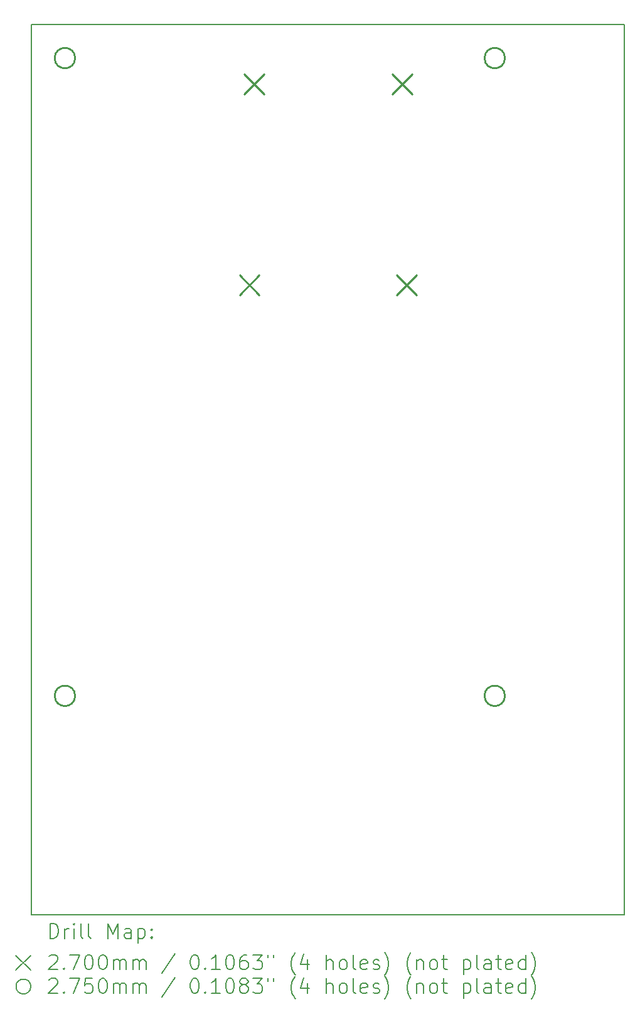
<source format=gbr>
%TF.GenerationSoftware,KiCad,Pcbnew,6.0.10-86aedd382b~118~ubuntu22.04.1*%
%TF.CreationDate,2023-01-11T08:48:29-08:00*%
%TF.ProjectId,shield,73686965-6c64-42e6-9b69-6361645f7063,rev?*%
%TF.SameCoordinates,Original*%
%TF.FileFunction,Drillmap*%
%TF.FilePolarity,Positive*%
%FSLAX45Y45*%
G04 Gerber Fmt 4.5, Leading zero omitted, Abs format (unit mm)*
G04 Created by KiCad (PCBNEW 6.0.10-86aedd382b~118~ubuntu22.04.1) date 2023-01-11 08:48:29*
%MOMM*%
%LPD*%
G01*
G04 APERTURE LIST*
%ADD10C,0.200000*%
%ADD11C,0.270000*%
%ADD12C,0.275000*%
G04 APERTURE END LIST*
D10*
X2000000Y-4000000D02*
X10000000Y-4000000D01*
X10000000Y-4000000D02*
X10000000Y-16000000D01*
X10000000Y-16000000D02*
X2000000Y-16000000D01*
X2000000Y-16000000D02*
X2000000Y-4000000D01*
D11*
X4805000Y-7375000D02*
X5075000Y-7645000D01*
X5075000Y-7375000D02*
X4805000Y-7645000D01*
X4865000Y-4665000D02*
X5135000Y-4935000D01*
X5135000Y-4665000D02*
X4865000Y-4935000D01*
X6865000Y-4665000D02*
X7135000Y-4935000D01*
X7135000Y-4665000D02*
X6865000Y-4935000D01*
X6925000Y-7375000D02*
X7195000Y-7645000D01*
X7195000Y-7375000D02*
X6925000Y-7645000D01*
D12*
X2587500Y-4450000D02*
G75*
G03*
X2587500Y-4450000I-137500J0D01*
G01*
X2587500Y-13050000D02*
G75*
G03*
X2587500Y-13050000I-137500J0D01*
G01*
X8387500Y-4450000D02*
G75*
G03*
X8387500Y-4450000I-137500J0D01*
G01*
X8387500Y-13050000D02*
G75*
G03*
X8387500Y-13050000I-137500J0D01*
G01*
D10*
X2247619Y-16320476D02*
X2247619Y-16120476D01*
X2295238Y-16120476D01*
X2323810Y-16130000D01*
X2342857Y-16149048D01*
X2352381Y-16168095D01*
X2361905Y-16206190D01*
X2361905Y-16234762D01*
X2352381Y-16272857D01*
X2342857Y-16291905D01*
X2323810Y-16310952D01*
X2295238Y-16320476D01*
X2247619Y-16320476D01*
X2447619Y-16320476D02*
X2447619Y-16187143D01*
X2447619Y-16225238D02*
X2457143Y-16206190D01*
X2466667Y-16196667D01*
X2485714Y-16187143D01*
X2504762Y-16187143D01*
X2571429Y-16320476D02*
X2571429Y-16187143D01*
X2571429Y-16120476D02*
X2561905Y-16130000D01*
X2571429Y-16139524D01*
X2580952Y-16130000D01*
X2571429Y-16120476D01*
X2571429Y-16139524D01*
X2695238Y-16320476D02*
X2676190Y-16310952D01*
X2666667Y-16291905D01*
X2666667Y-16120476D01*
X2800000Y-16320476D02*
X2780952Y-16310952D01*
X2771429Y-16291905D01*
X2771429Y-16120476D01*
X3028571Y-16320476D02*
X3028571Y-16120476D01*
X3095238Y-16263333D01*
X3161905Y-16120476D01*
X3161905Y-16320476D01*
X3342857Y-16320476D02*
X3342857Y-16215714D01*
X3333333Y-16196667D01*
X3314286Y-16187143D01*
X3276190Y-16187143D01*
X3257143Y-16196667D01*
X3342857Y-16310952D02*
X3323809Y-16320476D01*
X3276190Y-16320476D01*
X3257143Y-16310952D01*
X3247619Y-16291905D01*
X3247619Y-16272857D01*
X3257143Y-16253809D01*
X3276190Y-16244286D01*
X3323809Y-16244286D01*
X3342857Y-16234762D01*
X3438095Y-16187143D02*
X3438095Y-16387143D01*
X3438095Y-16196667D02*
X3457143Y-16187143D01*
X3495238Y-16187143D01*
X3514286Y-16196667D01*
X3523809Y-16206190D01*
X3533333Y-16225238D01*
X3533333Y-16282381D01*
X3523809Y-16301428D01*
X3514286Y-16310952D01*
X3495238Y-16320476D01*
X3457143Y-16320476D01*
X3438095Y-16310952D01*
X3619048Y-16301428D02*
X3628571Y-16310952D01*
X3619048Y-16320476D01*
X3609524Y-16310952D01*
X3619048Y-16301428D01*
X3619048Y-16320476D01*
X3619048Y-16196667D02*
X3628571Y-16206190D01*
X3619048Y-16215714D01*
X3609524Y-16206190D01*
X3619048Y-16196667D01*
X3619048Y-16215714D01*
X1790000Y-16550000D02*
X1990000Y-16750000D01*
X1990000Y-16550000D02*
X1790000Y-16750000D01*
X2238095Y-16559524D02*
X2247619Y-16550000D01*
X2266667Y-16540476D01*
X2314286Y-16540476D01*
X2333333Y-16550000D01*
X2342857Y-16559524D01*
X2352381Y-16578571D01*
X2352381Y-16597619D01*
X2342857Y-16626190D01*
X2228571Y-16740476D01*
X2352381Y-16740476D01*
X2438095Y-16721428D02*
X2447619Y-16730952D01*
X2438095Y-16740476D01*
X2428571Y-16730952D01*
X2438095Y-16721428D01*
X2438095Y-16740476D01*
X2514286Y-16540476D02*
X2647619Y-16540476D01*
X2561905Y-16740476D01*
X2761905Y-16540476D02*
X2780952Y-16540476D01*
X2800000Y-16550000D01*
X2809524Y-16559524D01*
X2819048Y-16578571D01*
X2828571Y-16616667D01*
X2828571Y-16664286D01*
X2819048Y-16702381D01*
X2809524Y-16721428D01*
X2800000Y-16730952D01*
X2780952Y-16740476D01*
X2761905Y-16740476D01*
X2742857Y-16730952D01*
X2733333Y-16721428D01*
X2723810Y-16702381D01*
X2714286Y-16664286D01*
X2714286Y-16616667D01*
X2723810Y-16578571D01*
X2733333Y-16559524D01*
X2742857Y-16550000D01*
X2761905Y-16540476D01*
X2952381Y-16540476D02*
X2971428Y-16540476D01*
X2990476Y-16550000D01*
X3000000Y-16559524D01*
X3009524Y-16578571D01*
X3019048Y-16616667D01*
X3019048Y-16664286D01*
X3009524Y-16702381D01*
X3000000Y-16721428D01*
X2990476Y-16730952D01*
X2971428Y-16740476D01*
X2952381Y-16740476D01*
X2933333Y-16730952D01*
X2923809Y-16721428D01*
X2914286Y-16702381D01*
X2904762Y-16664286D01*
X2904762Y-16616667D01*
X2914286Y-16578571D01*
X2923809Y-16559524D01*
X2933333Y-16550000D01*
X2952381Y-16540476D01*
X3104762Y-16740476D02*
X3104762Y-16607143D01*
X3104762Y-16626190D02*
X3114286Y-16616667D01*
X3133333Y-16607143D01*
X3161905Y-16607143D01*
X3180952Y-16616667D01*
X3190476Y-16635714D01*
X3190476Y-16740476D01*
X3190476Y-16635714D02*
X3200000Y-16616667D01*
X3219048Y-16607143D01*
X3247619Y-16607143D01*
X3266667Y-16616667D01*
X3276190Y-16635714D01*
X3276190Y-16740476D01*
X3371428Y-16740476D02*
X3371428Y-16607143D01*
X3371428Y-16626190D02*
X3380952Y-16616667D01*
X3400000Y-16607143D01*
X3428571Y-16607143D01*
X3447619Y-16616667D01*
X3457143Y-16635714D01*
X3457143Y-16740476D01*
X3457143Y-16635714D02*
X3466667Y-16616667D01*
X3485714Y-16607143D01*
X3514286Y-16607143D01*
X3533333Y-16616667D01*
X3542857Y-16635714D01*
X3542857Y-16740476D01*
X3933333Y-16530952D02*
X3761905Y-16788095D01*
X4190476Y-16540476D02*
X4209524Y-16540476D01*
X4228571Y-16550000D01*
X4238095Y-16559524D01*
X4247619Y-16578571D01*
X4257143Y-16616667D01*
X4257143Y-16664286D01*
X4247619Y-16702381D01*
X4238095Y-16721428D01*
X4228571Y-16730952D01*
X4209524Y-16740476D01*
X4190476Y-16740476D01*
X4171428Y-16730952D01*
X4161905Y-16721428D01*
X4152381Y-16702381D01*
X4142857Y-16664286D01*
X4142857Y-16616667D01*
X4152381Y-16578571D01*
X4161905Y-16559524D01*
X4171428Y-16550000D01*
X4190476Y-16540476D01*
X4342857Y-16721428D02*
X4352381Y-16730952D01*
X4342857Y-16740476D01*
X4333333Y-16730952D01*
X4342857Y-16721428D01*
X4342857Y-16740476D01*
X4542857Y-16740476D02*
X4428571Y-16740476D01*
X4485714Y-16740476D02*
X4485714Y-16540476D01*
X4466667Y-16569048D01*
X4447619Y-16588095D01*
X4428571Y-16597619D01*
X4666667Y-16540476D02*
X4685714Y-16540476D01*
X4704762Y-16550000D01*
X4714286Y-16559524D01*
X4723810Y-16578571D01*
X4733333Y-16616667D01*
X4733333Y-16664286D01*
X4723810Y-16702381D01*
X4714286Y-16721428D01*
X4704762Y-16730952D01*
X4685714Y-16740476D01*
X4666667Y-16740476D01*
X4647619Y-16730952D01*
X4638095Y-16721428D01*
X4628571Y-16702381D01*
X4619048Y-16664286D01*
X4619048Y-16616667D01*
X4628571Y-16578571D01*
X4638095Y-16559524D01*
X4647619Y-16550000D01*
X4666667Y-16540476D01*
X4904762Y-16540476D02*
X4866667Y-16540476D01*
X4847619Y-16550000D01*
X4838095Y-16559524D01*
X4819048Y-16588095D01*
X4809524Y-16626190D01*
X4809524Y-16702381D01*
X4819048Y-16721428D01*
X4828571Y-16730952D01*
X4847619Y-16740476D01*
X4885714Y-16740476D01*
X4904762Y-16730952D01*
X4914286Y-16721428D01*
X4923810Y-16702381D01*
X4923810Y-16654762D01*
X4914286Y-16635714D01*
X4904762Y-16626190D01*
X4885714Y-16616667D01*
X4847619Y-16616667D01*
X4828571Y-16626190D01*
X4819048Y-16635714D01*
X4809524Y-16654762D01*
X4990476Y-16540476D02*
X5114286Y-16540476D01*
X5047619Y-16616667D01*
X5076190Y-16616667D01*
X5095238Y-16626190D01*
X5104762Y-16635714D01*
X5114286Y-16654762D01*
X5114286Y-16702381D01*
X5104762Y-16721428D01*
X5095238Y-16730952D01*
X5076190Y-16740476D01*
X5019048Y-16740476D01*
X5000000Y-16730952D01*
X4990476Y-16721428D01*
X5190476Y-16540476D02*
X5190476Y-16578571D01*
X5266667Y-16540476D02*
X5266667Y-16578571D01*
X5561905Y-16816667D02*
X5552381Y-16807143D01*
X5533333Y-16778571D01*
X5523810Y-16759524D01*
X5514286Y-16730952D01*
X5504762Y-16683333D01*
X5504762Y-16645238D01*
X5514286Y-16597619D01*
X5523810Y-16569048D01*
X5533333Y-16550000D01*
X5552381Y-16521428D01*
X5561905Y-16511905D01*
X5723809Y-16607143D02*
X5723809Y-16740476D01*
X5676190Y-16530952D02*
X5628571Y-16673809D01*
X5752381Y-16673809D01*
X5980952Y-16740476D02*
X5980952Y-16540476D01*
X6066667Y-16740476D02*
X6066667Y-16635714D01*
X6057143Y-16616667D01*
X6038095Y-16607143D01*
X6009524Y-16607143D01*
X5990476Y-16616667D01*
X5980952Y-16626190D01*
X6190476Y-16740476D02*
X6171428Y-16730952D01*
X6161905Y-16721428D01*
X6152381Y-16702381D01*
X6152381Y-16645238D01*
X6161905Y-16626190D01*
X6171428Y-16616667D01*
X6190476Y-16607143D01*
X6219048Y-16607143D01*
X6238095Y-16616667D01*
X6247619Y-16626190D01*
X6257143Y-16645238D01*
X6257143Y-16702381D01*
X6247619Y-16721428D01*
X6238095Y-16730952D01*
X6219048Y-16740476D01*
X6190476Y-16740476D01*
X6371428Y-16740476D02*
X6352381Y-16730952D01*
X6342857Y-16711905D01*
X6342857Y-16540476D01*
X6523809Y-16730952D02*
X6504762Y-16740476D01*
X6466667Y-16740476D01*
X6447619Y-16730952D01*
X6438095Y-16711905D01*
X6438095Y-16635714D01*
X6447619Y-16616667D01*
X6466667Y-16607143D01*
X6504762Y-16607143D01*
X6523809Y-16616667D01*
X6533333Y-16635714D01*
X6533333Y-16654762D01*
X6438095Y-16673809D01*
X6609524Y-16730952D02*
X6628571Y-16740476D01*
X6666667Y-16740476D01*
X6685714Y-16730952D01*
X6695238Y-16711905D01*
X6695238Y-16702381D01*
X6685714Y-16683333D01*
X6666667Y-16673809D01*
X6638095Y-16673809D01*
X6619048Y-16664286D01*
X6609524Y-16645238D01*
X6609524Y-16635714D01*
X6619048Y-16616667D01*
X6638095Y-16607143D01*
X6666667Y-16607143D01*
X6685714Y-16616667D01*
X6761905Y-16816667D02*
X6771428Y-16807143D01*
X6790476Y-16778571D01*
X6800000Y-16759524D01*
X6809524Y-16730952D01*
X6819048Y-16683333D01*
X6819048Y-16645238D01*
X6809524Y-16597619D01*
X6800000Y-16569048D01*
X6790476Y-16550000D01*
X6771428Y-16521428D01*
X6761905Y-16511905D01*
X7123809Y-16816667D02*
X7114286Y-16807143D01*
X7095238Y-16778571D01*
X7085714Y-16759524D01*
X7076190Y-16730952D01*
X7066667Y-16683333D01*
X7066667Y-16645238D01*
X7076190Y-16597619D01*
X7085714Y-16569048D01*
X7095238Y-16550000D01*
X7114286Y-16521428D01*
X7123809Y-16511905D01*
X7200000Y-16607143D02*
X7200000Y-16740476D01*
X7200000Y-16626190D02*
X7209524Y-16616667D01*
X7228571Y-16607143D01*
X7257143Y-16607143D01*
X7276190Y-16616667D01*
X7285714Y-16635714D01*
X7285714Y-16740476D01*
X7409524Y-16740476D02*
X7390476Y-16730952D01*
X7380952Y-16721428D01*
X7371428Y-16702381D01*
X7371428Y-16645238D01*
X7380952Y-16626190D01*
X7390476Y-16616667D01*
X7409524Y-16607143D01*
X7438095Y-16607143D01*
X7457143Y-16616667D01*
X7466667Y-16626190D01*
X7476190Y-16645238D01*
X7476190Y-16702381D01*
X7466667Y-16721428D01*
X7457143Y-16730952D01*
X7438095Y-16740476D01*
X7409524Y-16740476D01*
X7533333Y-16607143D02*
X7609524Y-16607143D01*
X7561905Y-16540476D02*
X7561905Y-16711905D01*
X7571428Y-16730952D01*
X7590476Y-16740476D01*
X7609524Y-16740476D01*
X7828571Y-16607143D02*
X7828571Y-16807143D01*
X7828571Y-16616667D02*
X7847619Y-16607143D01*
X7885714Y-16607143D01*
X7904762Y-16616667D01*
X7914286Y-16626190D01*
X7923809Y-16645238D01*
X7923809Y-16702381D01*
X7914286Y-16721428D01*
X7904762Y-16730952D01*
X7885714Y-16740476D01*
X7847619Y-16740476D01*
X7828571Y-16730952D01*
X8038095Y-16740476D02*
X8019048Y-16730952D01*
X8009524Y-16711905D01*
X8009524Y-16540476D01*
X8200000Y-16740476D02*
X8200000Y-16635714D01*
X8190476Y-16616667D01*
X8171428Y-16607143D01*
X8133333Y-16607143D01*
X8114286Y-16616667D01*
X8200000Y-16730952D02*
X8180952Y-16740476D01*
X8133333Y-16740476D01*
X8114286Y-16730952D01*
X8104762Y-16711905D01*
X8104762Y-16692857D01*
X8114286Y-16673809D01*
X8133333Y-16664286D01*
X8180952Y-16664286D01*
X8200000Y-16654762D01*
X8266667Y-16607143D02*
X8342857Y-16607143D01*
X8295238Y-16540476D02*
X8295238Y-16711905D01*
X8304762Y-16730952D01*
X8323809Y-16740476D01*
X8342857Y-16740476D01*
X8485714Y-16730952D02*
X8466667Y-16740476D01*
X8428571Y-16740476D01*
X8409524Y-16730952D01*
X8400000Y-16711905D01*
X8400000Y-16635714D01*
X8409524Y-16616667D01*
X8428571Y-16607143D01*
X8466667Y-16607143D01*
X8485714Y-16616667D01*
X8495238Y-16635714D01*
X8495238Y-16654762D01*
X8400000Y-16673809D01*
X8666667Y-16740476D02*
X8666667Y-16540476D01*
X8666667Y-16730952D02*
X8647619Y-16740476D01*
X8609524Y-16740476D01*
X8590476Y-16730952D01*
X8580952Y-16721428D01*
X8571429Y-16702381D01*
X8571429Y-16645238D01*
X8580952Y-16626190D01*
X8590476Y-16616667D01*
X8609524Y-16607143D01*
X8647619Y-16607143D01*
X8666667Y-16616667D01*
X8742857Y-16816667D02*
X8752381Y-16807143D01*
X8771429Y-16778571D01*
X8780952Y-16759524D01*
X8790476Y-16730952D01*
X8800000Y-16683333D01*
X8800000Y-16645238D01*
X8790476Y-16597619D01*
X8780952Y-16569048D01*
X8771429Y-16550000D01*
X8752381Y-16521428D01*
X8742857Y-16511905D01*
X1990000Y-16970000D02*
G75*
G03*
X1990000Y-16970000I-100000J0D01*
G01*
X2238095Y-16879524D02*
X2247619Y-16870000D01*
X2266667Y-16860476D01*
X2314286Y-16860476D01*
X2333333Y-16870000D01*
X2342857Y-16879524D01*
X2352381Y-16898571D01*
X2352381Y-16917619D01*
X2342857Y-16946190D01*
X2228571Y-17060476D01*
X2352381Y-17060476D01*
X2438095Y-17041429D02*
X2447619Y-17050952D01*
X2438095Y-17060476D01*
X2428571Y-17050952D01*
X2438095Y-17041429D01*
X2438095Y-17060476D01*
X2514286Y-16860476D02*
X2647619Y-16860476D01*
X2561905Y-17060476D01*
X2819048Y-16860476D02*
X2723810Y-16860476D01*
X2714286Y-16955714D01*
X2723810Y-16946190D01*
X2742857Y-16936667D01*
X2790476Y-16936667D01*
X2809524Y-16946190D01*
X2819048Y-16955714D01*
X2828571Y-16974762D01*
X2828571Y-17022381D01*
X2819048Y-17041429D01*
X2809524Y-17050952D01*
X2790476Y-17060476D01*
X2742857Y-17060476D01*
X2723810Y-17050952D01*
X2714286Y-17041429D01*
X2952381Y-16860476D02*
X2971428Y-16860476D01*
X2990476Y-16870000D01*
X3000000Y-16879524D01*
X3009524Y-16898571D01*
X3019048Y-16936667D01*
X3019048Y-16984286D01*
X3009524Y-17022381D01*
X3000000Y-17041429D01*
X2990476Y-17050952D01*
X2971428Y-17060476D01*
X2952381Y-17060476D01*
X2933333Y-17050952D01*
X2923809Y-17041429D01*
X2914286Y-17022381D01*
X2904762Y-16984286D01*
X2904762Y-16936667D01*
X2914286Y-16898571D01*
X2923809Y-16879524D01*
X2933333Y-16870000D01*
X2952381Y-16860476D01*
X3104762Y-17060476D02*
X3104762Y-16927143D01*
X3104762Y-16946190D02*
X3114286Y-16936667D01*
X3133333Y-16927143D01*
X3161905Y-16927143D01*
X3180952Y-16936667D01*
X3190476Y-16955714D01*
X3190476Y-17060476D01*
X3190476Y-16955714D02*
X3200000Y-16936667D01*
X3219048Y-16927143D01*
X3247619Y-16927143D01*
X3266667Y-16936667D01*
X3276190Y-16955714D01*
X3276190Y-17060476D01*
X3371428Y-17060476D02*
X3371428Y-16927143D01*
X3371428Y-16946190D02*
X3380952Y-16936667D01*
X3400000Y-16927143D01*
X3428571Y-16927143D01*
X3447619Y-16936667D01*
X3457143Y-16955714D01*
X3457143Y-17060476D01*
X3457143Y-16955714D02*
X3466667Y-16936667D01*
X3485714Y-16927143D01*
X3514286Y-16927143D01*
X3533333Y-16936667D01*
X3542857Y-16955714D01*
X3542857Y-17060476D01*
X3933333Y-16850952D02*
X3761905Y-17108095D01*
X4190476Y-16860476D02*
X4209524Y-16860476D01*
X4228571Y-16870000D01*
X4238095Y-16879524D01*
X4247619Y-16898571D01*
X4257143Y-16936667D01*
X4257143Y-16984286D01*
X4247619Y-17022381D01*
X4238095Y-17041429D01*
X4228571Y-17050952D01*
X4209524Y-17060476D01*
X4190476Y-17060476D01*
X4171428Y-17050952D01*
X4161905Y-17041429D01*
X4152381Y-17022381D01*
X4142857Y-16984286D01*
X4142857Y-16936667D01*
X4152381Y-16898571D01*
X4161905Y-16879524D01*
X4171428Y-16870000D01*
X4190476Y-16860476D01*
X4342857Y-17041429D02*
X4352381Y-17050952D01*
X4342857Y-17060476D01*
X4333333Y-17050952D01*
X4342857Y-17041429D01*
X4342857Y-17060476D01*
X4542857Y-17060476D02*
X4428571Y-17060476D01*
X4485714Y-17060476D02*
X4485714Y-16860476D01*
X4466667Y-16889048D01*
X4447619Y-16908095D01*
X4428571Y-16917619D01*
X4666667Y-16860476D02*
X4685714Y-16860476D01*
X4704762Y-16870000D01*
X4714286Y-16879524D01*
X4723810Y-16898571D01*
X4733333Y-16936667D01*
X4733333Y-16984286D01*
X4723810Y-17022381D01*
X4714286Y-17041429D01*
X4704762Y-17050952D01*
X4685714Y-17060476D01*
X4666667Y-17060476D01*
X4647619Y-17050952D01*
X4638095Y-17041429D01*
X4628571Y-17022381D01*
X4619048Y-16984286D01*
X4619048Y-16936667D01*
X4628571Y-16898571D01*
X4638095Y-16879524D01*
X4647619Y-16870000D01*
X4666667Y-16860476D01*
X4847619Y-16946190D02*
X4828571Y-16936667D01*
X4819048Y-16927143D01*
X4809524Y-16908095D01*
X4809524Y-16898571D01*
X4819048Y-16879524D01*
X4828571Y-16870000D01*
X4847619Y-16860476D01*
X4885714Y-16860476D01*
X4904762Y-16870000D01*
X4914286Y-16879524D01*
X4923810Y-16898571D01*
X4923810Y-16908095D01*
X4914286Y-16927143D01*
X4904762Y-16936667D01*
X4885714Y-16946190D01*
X4847619Y-16946190D01*
X4828571Y-16955714D01*
X4819048Y-16965238D01*
X4809524Y-16984286D01*
X4809524Y-17022381D01*
X4819048Y-17041429D01*
X4828571Y-17050952D01*
X4847619Y-17060476D01*
X4885714Y-17060476D01*
X4904762Y-17050952D01*
X4914286Y-17041429D01*
X4923810Y-17022381D01*
X4923810Y-16984286D01*
X4914286Y-16965238D01*
X4904762Y-16955714D01*
X4885714Y-16946190D01*
X4990476Y-16860476D02*
X5114286Y-16860476D01*
X5047619Y-16936667D01*
X5076190Y-16936667D01*
X5095238Y-16946190D01*
X5104762Y-16955714D01*
X5114286Y-16974762D01*
X5114286Y-17022381D01*
X5104762Y-17041429D01*
X5095238Y-17050952D01*
X5076190Y-17060476D01*
X5019048Y-17060476D01*
X5000000Y-17050952D01*
X4990476Y-17041429D01*
X5190476Y-16860476D02*
X5190476Y-16898571D01*
X5266667Y-16860476D02*
X5266667Y-16898571D01*
X5561905Y-17136667D02*
X5552381Y-17127143D01*
X5533333Y-17098571D01*
X5523810Y-17079524D01*
X5514286Y-17050952D01*
X5504762Y-17003333D01*
X5504762Y-16965238D01*
X5514286Y-16917619D01*
X5523810Y-16889048D01*
X5533333Y-16870000D01*
X5552381Y-16841429D01*
X5561905Y-16831905D01*
X5723809Y-16927143D02*
X5723809Y-17060476D01*
X5676190Y-16850952D02*
X5628571Y-16993810D01*
X5752381Y-16993810D01*
X5980952Y-17060476D02*
X5980952Y-16860476D01*
X6066667Y-17060476D02*
X6066667Y-16955714D01*
X6057143Y-16936667D01*
X6038095Y-16927143D01*
X6009524Y-16927143D01*
X5990476Y-16936667D01*
X5980952Y-16946190D01*
X6190476Y-17060476D02*
X6171428Y-17050952D01*
X6161905Y-17041429D01*
X6152381Y-17022381D01*
X6152381Y-16965238D01*
X6161905Y-16946190D01*
X6171428Y-16936667D01*
X6190476Y-16927143D01*
X6219048Y-16927143D01*
X6238095Y-16936667D01*
X6247619Y-16946190D01*
X6257143Y-16965238D01*
X6257143Y-17022381D01*
X6247619Y-17041429D01*
X6238095Y-17050952D01*
X6219048Y-17060476D01*
X6190476Y-17060476D01*
X6371428Y-17060476D02*
X6352381Y-17050952D01*
X6342857Y-17031905D01*
X6342857Y-16860476D01*
X6523809Y-17050952D02*
X6504762Y-17060476D01*
X6466667Y-17060476D01*
X6447619Y-17050952D01*
X6438095Y-17031905D01*
X6438095Y-16955714D01*
X6447619Y-16936667D01*
X6466667Y-16927143D01*
X6504762Y-16927143D01*
X6523809Y-16936667D01*
X6533333Y-16955714D01*
X6533333Y-16974762D01*
X6438095Y-16993810D01*
X6609524Y-17050952D02*
X6628571Y-17060476D01*
X6666667Y-17060476D01*
X6685714Y-17050952D01*
X6695238Y-17031905D01*
X6695238Y-17022381D01*
X6685714Y-17003333D01*
X6666667Y-16993810D01*
X6638095Y-16993810D01*
X6619048Y-16984286D01*
X6609524Y-16965238D01*
X6609524Y-16955714D01*
X6619048Y-16936667D01*
X6638095Y-16927143D01*
X6666667Y-16927143D01*
X6685714Y-16936667D01*
X6761905Y-17136667D02*
X6771428Y-17127143D01*
X6790476Y-17098571D01*
X6800000Y-17079524D01*
X6809524Y-17050952D01*
X6819048Y-17003333D01*
X6819048Y-16965238D01*
X6809524Y-16917619D01*
X6800000Y-16889048D01*
X6790476Y-16870000D01*
X6771428Y-16841429D01*
X6761905Y-16831905D01*
X7123809Y-17136667D02*
X7114286Y-17127143D01*
X7095238Y-17098571D01*
X7085714Y-17079524D01*
X7076190Y-17050952D01*
X7066667Y-17003333D01*
X7066667Y-16965238D01*
X7076190Y-16917619D01*
X7085714Y-16889048D01*
X7095238Y-16870000D01*
X7114286Y-16841429D01*
X7123809Y-16831905D01*
X7200000Y-16927143D02*
X7200000Y-17060476D01*
X7200000Y-16946190D02*
X7209524Y-16936667D01*
X7228571Y-16927143D01*
X7257143Y-16927143D01*
X7276190Y-16936667D01*
X7285714Y-16955714D01*
X7285714Y-17060476D01*
X7409524Y-17060476D02*
X7390476Y-17050952D01*
X7380952Y-17041429D01*
X7371428Y-17022381D01*
X7371428Y-16965238D01*
X7380952Y-16946190D01*
X7390476Y-16936667D01*
X7409524Y-16927143D01*
X7438095Y-16927143D01*
X7457143Y-16936667D01*
X7466667Y-16946190D01*
X7476190Y-16965238D01*
X7476190Y-17022381D01*
X7466667Y-17041429D01*
X7457143Y-17050952D01*
X7438095Y-17060476D01*
X7409524Y-17060476D01*
X7533333Y-16927143D02*
X7609524Y-16927143D01*
X7561905Y-16860476D02*
X7561905Y-17031905D01*
X7571428Y-17050952D01*
X7590476Y-17060476D01*
X7609524Y-17060476D01*
X7828571Y-16927143D02*
X7828571Y-17127143D01*
X7828571Y-16936667D02*
X7847619Y-16927143D01*
X7885714Y-16927143D01*
X7904762Y-16936667D01*
X7914286Y-16946190D01*
X7923809Y-16965238D01*
X7923809Y-17022381D01*
X7914286Y-17041429D01*
X7904762Y-17050952D01*
X7885714Y-17060476D01*
X7847619Y-17060476D01*
X7828571Y-17050952D01*
X8038095Y-17060476D02*
X8019048Y-17050952D01*
X8009524Y-17031905D01*
X8009524Y-16860476D01*
X8200000Y-17060476D02*
X8200000Y-16955714D01*
X8190476Y-16936667D01*
X8171428Y-16927143D01*
X8133333Y-16927143D01*
X8114286Y-16936667D01*
X8200000Y-17050952D02*
X8180952Y-17060476D01*
X8133333Y-17060476D01*
X8114286Y-17050952D01*
X8104762Y-17031905D01*
X8104762Y-17012857D01*
X8114286Y-16993810D01*
X8133333Y-16984286D01*
X8180952Y-16984286D01*
X8200000Y-16974762D01*
X8266667Y-16927143D02*
X8342857Y-16927143D01*
X8295238Y-16860476D02*
X8295238Y-17031905D01*
X8304762Y-17050952D01*
X8323809Y-17060476D01*
X8342857Y-17060476D01*
X8485714Y-17050952D02*
X8466667Y-17060476D01*
X8428571Y-17060476D01*
X8409524Y-17050952D01*
X8400000Y-17031905D01*
X8400000Y-16955714D01*
X8409524Y-16936667D01*
X8428571Y-16927143D01*
X8466667Y-16927143D01*
X8485714Y-16936667D01*
X8495238Y-16955714D01*
X8495238Y-16974762D01*
X8400000Y-16993810D01*
X8666667Y-17060476D02*
X8666667Y-16860476D01*
X8666667Y-17050952D02*
X8647619Y-17060476D01*
X8609524Y-17060476D01*
X8590476Y-17050952D01*
X8580952Y-17041429D01*
X8571429Y-17022381D01*
X8571429Y-16965238D01*
X8580952Y-16946190D01*
X8590476Y-16936667D01*
X8609524Y-16927143D01*
X8647619Y-16927143D01*
X8666667Y-16936667D01*
X8742857Y-17136667D02*
X8752381Y-17127143D01*
X8771429Y-17098571D01*
X8780952Y-17079524D01*
X8790476Y-17050952D01*
X8800000Y-17003333D01*
X8800000Y-16965238D01*
X8790476Y-16917619D01*
X8780952Y-16889048D01*
X8771429Y-16870000D01*
X8752381Y-16841429D01*
X8742857Y-16831905D01*
M02*

</source>
